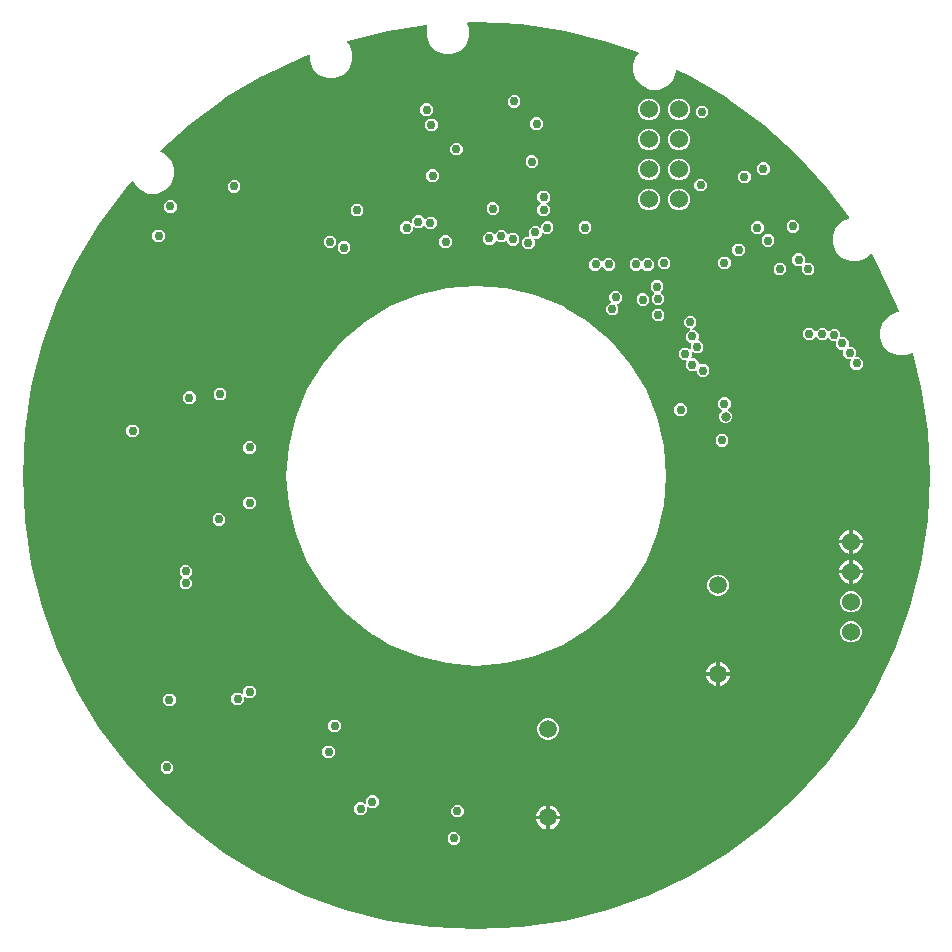
<source format=gbr>
G04 EAGLE Gerber X2 export*
%TF.Part,Single*%
%TF.FileFunction,Copper,L3,Inr,Mixed*%
%TF.FilePolarity,Positive*%
%TF.GenerationSoftware,Autodesk,EAGLE,8.6.0*%
%TF.CreationDate,2018-04-19T17:15:12Z*%
G75*
%MOMM*%
%FSLAX34Y34*%
%LPD*%
%AMOC8*
5,1,8,0,0,1.08239X$1,22.5*%
G01*
%ADD10C,1.508000*%
%ADD11C,1.524000*%
%ADD12C,0.756400*%
%ADD13C,0.806400*%

G36*
X37609Y-382231D02*
X37609Y-382231D01*
X37635Y-382225D01*
X37683Y-382223D01*
X74893Y-376704D01*
X74918Y-376696D01*
X74966Y-376689D01*
X111456Y-367549D01*
X111480Y-367539D01*
X111527Y-367527D01*
X146945Y-354855D01*
X146968Y-354842D01*
X147014Y-354826D01*
X181019Y-338743D01*
X181041Y-338728D01*
X181085Y-338707D01*
X213350Y-319369D01*
X213371Y-319351D01*
X213412Y-319327D01*
X243627Y-296919D01*
X243645Y-296900D01*
X243684Y-296871D01*
X271557Y-271609D01*
X271573Y-271589D01*
X271609Y-271557D01*
X296871Y-243684D01*
X296886Y-243662D01*
X296919Y-243627D01*
X319327Y-213412D01*
X319339Y-213389D01*
X319369Y-213350D01*
X338707Y-181085D01*
X338717Y-181061D01*
X338743Y-181019D01*
X354826Y-147014D01*
X354833Y-146989D01*
X354855Y-146945D01*
X367527Y-111527D01*
X367532Y-111501D01*
X367549Y-111456D01*
X376689Y-74966D01*
X376691Y-74940D01*
X376704Y-74893D01*
X382223Y-37683D01*
X382223Y-37657D01*
X382231Y-37609D01*
X384076Y-37D01*
X384073Y-11D01*
X384076Y37D01*
X382231Y37609D01*
X382225Y37635D01*
X382223Y37683D01*
X376704Y74893D01*
X376696Y74918D01*
X376689Y74966D01*
X369576Y103364D01*
X369560Y103402D01*
X369559Y103403D01*
X369559Y103404D01*
X369546Y103434D01*
X369525Y103507D01*
X369497Y103546D01*
X369478Y103590D01*
X369428Y103647D01*
X369384Y103709D01*
X369346Y103738D01*
X369314Y103773D01*
X369248Y103810D01*
X369187Y103856D01*
X369141Y103871D01*
X369100Y103894D01*
X369025Y103908D01*
X368953Y103932D01*
X368905Y103931D01*
X368858Y103940D01*
X368783Y103930D01*
X368707Y103930D01*
X368645Y103912D01*
X368614Y103907D01*
X368591Y103896D01*
X368546Y103883D01*
X363612Y101839D01*
X356388Y101839D01*
X349713Y104604D01*
X344604Y109713D01*
X341839Y116388D01*
X341839Y123612D01*
X344604Y130287D01*
X349713Y135396D01*
X356388Y138161D01*
X356917Y138161D01*
X356944Y138165D01*
X356971Y138163D01*
X357065Y138185D01*
X357160Y138200D01*
X357184Y138213D01*
X357210Y138219D01*
X357292Y138271D01*
X357377Y138316D01*
X357396Y138335D01*
X357419Y138350D01*
X357480Y138424D01*
X357546Y138494D01*
X357558Y138519D01*
X357575Y138540D01*
X357609Y138630D01*
X357650Y138717D01*
X357653Y138744D01*
X357663Y138769D01*
X357666Y138866D01*
X357677Y138961D01*
X357671Y138988D01*
X357672Y139015D01*
X357634Y139178D01*
X354855Y146945D01*
X354842Y146968D01*
X354826Y147014D01*
X338743Y181019D01*
X338728Y181041D01*
X338707Y181085D01*
X334735Y187713D01*
X334662Y187800D01*
X334591Y187888D01*
X334583Y187893D01*
X334576Y187901D01*
X334480Y187959D01*
X334385Y188021D01*
X334374Y188023D01*
X334365Y188029D01*
X334255Y188053D01*
X334146Y188081D01*
X334136Y188080D01*
X334125Y188082D01*
X334013Y188070D01*
X333901Y188061D01*
X333891Y188057D01*
X333881Y188056D01*
X333778Y188009D01*
X333674Y187965D01*
X333665Y187957D01*
X333657Y187954D01*
X333639Y187936D01*
X333544Y187860D01*
X330287Y184604D01*
X323612Y181839D01*
X316388Y181839D01*
X309713Y184604D01*
X304604Y189713D01*
X301839Y196388D01*
X301839Y203612D01*
X304604Y210287D01*
X309713Y215396D01*
X315041Y217603D01*
X315137Y217662D01*
X315234Y217719D01*
X315241Y217727D01*
X315250Y217733D01*
X315322Y217819D01*
X315396Y217904D01*
X315400Y217914D01*
X315407Y217922D01*
X315447Y218027D01*
X315491Y218131D01*
X315491Y218142D01*
X315495Y218152D01*
X315500Y218264D01*
X315508Y218377D01*
X315505Y218387D01*
X315506Y218397D01*
X315474Y218506D01*
X315446Y218615D01*
X315439Y218626D01*
X315437Y218634D01*
X315423Y218654D01*
X315361Y218760D01*
X296919Y243627D01*
X296900Y243645D01*
X296871Y243684D01*
X271609Y271557D01*
X271589Y271573D01*
X271557Y271609D01*
X243684Y296871D01*
X243662Y296886D01*
X243627Y296919D01*
X213412Y319327D01*
X213389Y319339D01*
X213350Y319369D01*
X181085Y338707D01*
X181061Y338717D01*
X181019Y338743D01*
X170247Y343837D01*
X170185Y343855D01*
X170127Y343882D01*
X170068Y343889D01*
X170011Y343905D01*
X169947Y343902D01*
X169883Y343910D01*
X169825Y343897D01*
X169765Y343894D01*
X169705Y343871D01*
X169642Y343857D01*
X169591Y343827D01*
X169536Y343805D01*
X169486Y343764D01*
X169431Y343731D01*
X169393Y343686D01*
X169347Y343648D01*
X169313Y343593D01*
X169271Y343544D01*
X169249Y343489D01*
X169218Y343439D01*
X169203Y343376D01*
X169179Y343316D01*
X169170Y343231D01*
X169162Y343199D01*
X169164Y343180D01*
X169161Y343149D01*
X169161Y341388D01*
X166396Y334713D01*
X161287Y329604D01*
X154612Y326839D01*
X147388Y326839D01*
X140713Y329604D01*
X135604Y334713D01*
X132839Y341388D01*
X132839Y348612D01*
X135604Y355287D01*
X137424Y357107D01*
X137462Y357159D01*
X137507Y357205D01*
X137533Y357259D01*
X137567Y357307D01*
X137586Y357368D01*
X137615Y357426D01*
X137622Y357485D01*
X137640Y357542D01*
X137638Y357606D01*
X137647Y357670D01*
X137635Y357729D01*
X137633Y357788D01*
X137611Y357849D01*
X137599Y357912D01*
X137569Y357963D01*
X137549Y358019D01*
X137509Y358069D01*
X137477Y358125D01*
X137432Y358165D01*
X137395Y358211D01*
X137341Y358246D01*
X137293Y358289D01*
X137216Y358326D01*
X137188Y358344D01*
X137170Y358348D01*
X137142Y358362D01*
X111527Y367527D01*
X111501Y367532D01*
X111456Y367549D01*
X74966Y376689D01*
X74940Y376691D01*
X74893Y376704D01*
X37683Y382223D01*
X37657Y382223D01*
X37609Y382231D01*
X37Y384076D01*
X11Y384073D01*
X-37Y384076D01*
X-6862Y383741D01*
X-6889Y383735D01*
X-6916Y383737D01*
X-7009Y383710D01*
X-7103Y383689D01*
X-7126Y383676D01*
X-7152Y383668D01*
X-7231Y383613D01*
X-7314Y383564D01*
X-7332Y383543D01*
X-7354Y383528D01*
X-7412Y383450D01*
X-7474Y383377D01*
X-7485Y383352D01*
X-7501Y383330D01*
X-7531Y383239D01*
X-7567Y383150D01*
X-7569Y383122D01*
X-7577Y383096D01*
X-7576Y383000D01*
X-7582Y382904D01*
X-7575Y382878D01*
X-7575Y382851D01*
X-7528Y382689D01*
X-5839Y378612D01*
X-5839Y371388D01*
X-8604Y364713D01*
X-13713Y359604D01*
X-20388Y356839D01*
X-27612Y356839D01*
X-34287Y359604D01*
X-39396Y364713D01*
X-42161Y371388D01*
X-42161Y378612D01*
X-41375Y380510D01*
X-41351Y380609D01*
X-41323Y380707D01*
X-41323Y380729D01*
X-41318Y380750D01*
X-41328Y380851D01*
X-41332Y380952D01*
X-41339Y380973D01*
X-41341Y380995D01*
X-41383Y381087D01*
X-41419Y381182D01*
X-41433Y381199D01*
X-41441Y381220D01*
X-41510Y381294D01*
X-41574Y381373D01*
X-41593Y381384D01*
X-41608Y381401D01*
X-41697Y381450D01*
X-41783Y381504D01*
X-41804Y381509D01*
X-41823Y381519D01*
X-41923Y381537D01*
X-42022Y381561D01*
X-42049Y381560D01*
X-42065Y381563D01*
X-42098Y381558D01*
X-42190Y381555D01*
X-74893Y376704D01*
X-74918Y376696D01*
X-74966Y376689D01*
X-108881Y368194D01*
X-108974Y368154D01*
X-109069Y368119D01*
X-109086Y368105D01*
X-109107Y368096D01*
X-109182Y368029D01*
X-109261Y367965D01*
X-109273Y367947D01*
X-109290Y367932D01*
X-109339Y367844D01*
X-109394Y367758D01*
X-109400Y367737D01*
X-109410Y367718D01*
X-109430Y367618D01*
X-109454Y367520D01*
X-109453Y367498D01*
X-109457Y367476D01*
X-109443Y367376D01*
X-109435Y367275D01*
X-109427Y367254D01*
X-109424Y367233D01*
X-109379Y367142D01*
X-109339Y367048D01*
X-109322Y367027D01*
X-109315Y367012D01*
X-109292Y366989D01*
X-109234Y366917D01*
X-107604Y365287D01*
X-104839Y358612D01*
X-104839Y351388D01*
X-107604Y344713D01*
X-112713Y339604D01*
X-119388Y336839D01*
X-126612Y336839D01*
X-133287Y339604D01*
X-138396Y344713D01*
X-141161Y351388D01*
X-141161Y355843D01*
X-141165Y355870D01*
X-141163Y355897D01*
X-141185Y355991D01*
X-141200Y356086D01*
X-141213Y356110D01*
X-141219Y356137D01*
X-141271Y356219D01*
X-141316Y356304D01*
X-141335Y356322D01*
X-141350Y356345D01*
X-141424Y356407D01*
X-141494Y356473D01*
X-141519Y356484D01*
X-141540Y356502D01*
X-141630Y356536D01*
X-141717Y356577D01*
X-141744Y356580D01*
X-141769Y356589D01*
X-141866Y356593D01*
X-141961Y356604D01*
X-141988Y356598D01*
X-142015Y356599D01*
X-142178Y356560D01*
X-146945Y354855D01*
X-146968Y354842D01*
X-147014Y354826D01*
X-181019Y338743D01*
X-181041Y338728D01*
X-181085Y338707D01*
X-213350Y319369D01*
X-213371Y319351D01*
X-213412Y319327D01*
X-243627Y296919D01*
X-243645Y296900D01*
X-243684Y296871D01*
X-267610Y275186D01*
X-267650Y275136D01*
X-267698Y275092D01*
X-267726Y275040D01*
X-267763Y274994D01*
X-267785Y274933D01*
X-267816Y274877D01*
X-267827Y274818D01*
X-267847Y274763D01*
X-267848Y274698D01*
X-267860Y274635D01*
X-267851Y274576D01*
X-267853Y274517D01*
X-267833Y274455D01*
X-267824Y274391D01*
X-267797Y274339D01*
X-267780Y274282D01*
X-267742Y274230D01*
X-267713Y274172D01*
X-267670Y274131D01*
X-267636Y274083D01*
X-267583Y274045D01*
X-267537Y274000D01*
X-267462Y273959D01*
X-267435Y273940D01*
X-267418Y273934D01*
X-267390Y273919D01*
X-263713Y272396D01*
X-258604Y267287D01*
X-255839Y260612D01*
X-255839Y253388D01*
X-258604Y246713D01*
X-263713Y241604D01*
X-270388Y238839D01*
X-277612Y238839D01*
X-284287Y241604D01*
X-289396Y246713D01*
X-290420Y249184D01*
X-290454Y249239D01*
X-290479Y249299D01*
X-290518Y249343D01*
X-290549Y249393D01*
X-290599Y249435D01*
X-290642Y249483D01*
X-290693Y249512D01*
X-290739Y249550D01*
X-290799Y249573D01*
X-290855Y249606D01*
X-290913Y249617D01*
X-290968Y249638D01*
X-291033Y249641D01*
X-291096Y249654D01*
X-291155Y249646D01*
X-291214Y249649D01*
X-291276Y249631D01*
X-291340Y249623D01*
X-291394Y249597D01*
X-291450Y249580D01*
X-291503Y249544D01*
X-291561Y249515D01*
X-291625Y249459D01*
X-291652Y249440D01*
X-291664Y249425D01*
X-291687Y249404D01*
X-296871Y243684D01*
X-296886Y243662D01*
X-296919Y243627D01*
X-319327Y213412D01*
X-319334Y213399D01*
X-319345Y213387D01*
X-319352Y213372D01*
X-319369Y213350D01*
X-338707Y181085D01*
X-338717Y181061D01*
X-338743Y181019D01*
X-354826Y147014D01*
X-354833Y146989D01*
X-354855Y146945D01*
X-367527Y111527D01*
X-367532Y111501D01*
X-367549Y111456D01*
X-376689Y74966D01*
X-376691Y74940D01*
X-376704Y74893D01*
X-382223Y37683D01*
X-382223Y37657D01*
X-382231Y37609D01*
X-384076Y37D01*
X-384073Y11D01*
X-384076Y-37D01*
X-382231Y-37609D01*
X-382225Y-37635D01*
X-382223Y-37683D01*
X-376704Y-74893D01*
X-376696Y-74918D01*
X-376689Y-74966D01*
X-367549Y-111456D01*
X-367539Y-111480D01*
X-367527Y-111527D01*
X-354855Y-146945D01*
X-354842Y-146968D01*
X-354826Y-147014D01*
X-338743Y-181019D01*
X-338728Y-181041D01*
X-338707Y-181085D01*
X-319369Y-213350D01*
X-319351Y-213370D01*
X-319327Y-213412D01*
X-296919Y-243627D01*
X-296900Y-243645D01*
X-296871Y-243684D01*
X-271609Y-271557D01*
X-271589Y-271573D01*
X-271557Y-271609D01*
X-243684Y-296871D01*
X-243662Y-296886D01*
X-243627Y-296919D01*
X-213412Y-319327D01*
X-213389Y-319339D01*
X-213350Y-319369D01*
X-181085Y-338707D01*
X-181061Y-338717D01*
X-181019Y-338743D01*
X-147014Y-354826D01*
X-146989Y-354833D01*
X-146945Y-354855D01*
X-111527Y-367527D01*
X-111501Y-367532D01*
X-111456Y-367549D01*
X-74966Y-376689D01*
X-74940Y-376691D01*
X-74893Y-376704D01*
X-37683Y-382223D01*
X-37657Y-382223D01*
X-37609Y-382231D01*
X-37Y-384076D01*
X-11Y-384073D01*
X37Y-384076D01*
X37609Y-382231D01*
G37*
%LPC*%
G36*
X-25173Y-158939D02*
X-25173Y-158939D01*
X-49727Y-153044D01*
X-73056Y-143381D01*
X-73888Y-142871D01*
X-75130Y-142110D01*
X-82584Y-137543D01*
X-83826Y-136781D01*
X-85068Y-136020D01*
X-86310Y-135259D01*
X-86311Y-135259D01*
X-87553Y-134498D01*
X-94587Y-130187D01*
X-113788Y-113788D01*
X-130187Y-94587D01*
X-143381Y-73057D01*
X-153044Y-49727D01*
X-158939Y-25174D01*
X-160920Y0D01*
X-158939Y25174D01*
X-153044Y49727D01*
X-143381Y73057D01*
X-130187Y94587D01*
X-113788Y113788D01*
X-94587Y130187D01*
X-73057Y143381D01*
X-49727Y153044D01*
X-25174Y158939D01*
X0Y160920D01*
X25174Y158939D01*
X49727Y153044D01*
X73057Y143381D01*
X76459Y141296D01*
X76460Y141296D01*
X77702Y140534D01*
X78944Y139773D01*
X85155Y135967D01*
X86397Y135206D01*
X87640Y134444D01*
X92609Y131399D01*
X93851Y130638D01*
X94587Y130187D01*
X113788Y113788D01*
X130187Y94587D01*
X143381Y73057D01*
X153044Y49727D01*
X158939Y25174D01*
X160920Y0D01*
X158939Y-25174D01*
X153044Y-49727D01*
X143381Y-73057D01*
X130187Y-94587D01*
X113788Y-113788D01*
X94587Y-130187D01*
X73057Y-143381D01*
X49727Y-153044D01*
X25173Y-158939D01*
X0Y-160920D01*
X-25173Y-158939D01*
G37*
%LPD*%
%LPC*%
G36*
X189802Y83693D02*
X189802Y83693D01*
X186693Y86802D01*
X186693Y88351D01*
X186682Y88421D01*
X186680Y88493D01*
X186662Y88542D01*
X186654Y88593D01*
X186620Y88657D01*
X186595Y88724D01*
X186563Y88765D01*
X186538Y88811D01*
X186487Y88860D01*
X186442Y88916D01*
X186398Y88944D01*
X186360Y88980D01*
X186295Y89010D01*
X186235Y89049D01*
X186184Y89062D01*
X186137Y89084D01*
X186066Y89092D01*
X185996Y89109D01*
X185944Y89105D01*
X185893Y89111D01*
X185822Y89096D01*
X185751Y89090D01*
X185703Y89070D01*
X185652Y89059D01*
X185591Y89022D01*
X185525Y88994D01*
X185469Y88949D01*
X185441Y88932D01*
X185426Y88915D01*
X185394Y88889D01*
X185198Y88693D01*
X180802Y88693D01*
X177693Y91802D01*
X177693Y96198D01*
X177889Y96394D01*
X177931Y96452D01*
X177980Y96504D01*
X178002Y96551D01*
X178032Y96593D01*
X178054Y96662D01*
X178084Y96727D01*
X178089Y96779D01*
X178105Y96829D01*
X178103Y96900D01*
X178111Y96971D01*
X178100Y97022D01*
X178098Y97074D01*
X178074Y97142D01*
X178059Y97212D01*
X178032Y97257D01*
X178014Y97305D01*
X177969Y97361D01*
X177932Y97423D01*
X177893Y97457D01*
X177860Y97497D01*
X177800Y97536D01*
X177745Y97583D01*
X177697Y97602D01*
X177653Y97630D01*
X177584Y97648D01*
X177517Y97675D01*
X177446Y97683D01*
X177415Y97691D01*
X177392Y97689D01*
X177351Y97693D01*
X174802Y97693D01*
X171693Y100802D01*
X171693Y105198D01*
X174802Y108307D01*
X179198Y108307D01*
X180394Y107111D01*
X180452Y107069D01*
X180504Y107020D01*
X180551Y106998D01*
X180593Y106968D01*
X180662Y106946D01*
X180727Y106916D01*
X180779Y106911D01*
X180829Y106895D01*
X180900Y106897D01*
X180971Y106889D01*
X181022Y106900D01*
X181074Y106902D01*
X181142Y106926D01*
X181212Y106941D01*
X181257Y106968D01*
X181305Y106986D01*
X181361Y107031D01*
X181423Y107068D01*
X181457Y107107D01*
X181497Y107140D01*
X181536Y107200D01*
X181583Y107255D01*
X181602Y107303D01*
X181630Y107347D01*
X181648Y107416D01*
X181675Y107483D01*
X181683Y107554D01*
X181691Y107585D01*
X181689Y107608D01*
X181693Y107649D01*
X181693Y111198D01*
X181889Y111394D01*
X181931Y111452D01*
X181980Y111504D01*
X182002Y111551D01*
X182032Y111593D01*
X182054Y111662D01*
X182084Y111727D01*
X182089Y111779D01*
X182105Y111829D01*
X182103Y111900D01*
X182111Y111971D01*
X182100Y112022D01*
X182098Y112074D01*
X182074Y112142D01*
X182059Y112212D01*
X182032Y112257D01*
X182014Y112305D01*
X181969Y112361D01*
X181932Y112423D01*
X181893Y112457D01*
X181860Y112497D01*
X181800Y112536D01*
X181745Y112583D01*
X181697Y112602D01*
X181653Y112630D01*
X181584Y112648D01*
X181517Y112675D01*
X181446Y112683D01*
X181415Y112691D01*
X181392Y112689D01*
X181351Y112693D01*
X180802Y112693D01*
X177693Y115802D01*
X177693Y120198D01*
X180889Y123394D01*
X180931Y123452D01*
X180980Y123504D01*
X181002Y123551D01*
X181032Y123593D01*
X181054Y123662D01*
X181084Y123727D01*
X181089Y123779D01*
X181105Y123829D01*
X181103Y123900D01*
X181111Y123971D01*
X181100Y124022D01*
X181098Y124074D01*
X181074Y124142D01*
X181059Y124212D01*
X181032Y124257D01*
X181014Y124305D01*
X180969Y124361D01*
X180932Y124423D01*
X180893Y124457D01*
X180860Y124497D01*
X180800Y124536D01*
X180745Y124583D01*
X180697Y124602D01*
X180653Y124630D01*
X180584Y124648D01*
X180517Y124675D01*
X180446Y124683D01*
X180415Y124691D01*
X180392Y124689D01*
X180351Y124693D01*
X178802Y124693D01*
X175693Y127802D01*
X175693Y132198D01*
X178802Y135307D01*
X183198Y135307D01*
X186307Y132198D01*
X186307Y127802D01*
X183111Y124606D01*
X183069Y124548D01*
X183020Y124496D01*
X182998Y124449D01*
X182968Y124407D01*
X182946Y124338D01*
X182916Y124273D01*
X182911Y124221D01*
X182895Y124171D01*
X182897Y124100D01*
X182889Y124029D01*
X182900Y123978D01*
X182902Y123926D01*
X182926Y123858D01*
X182941Y123788D01*
X182968Y123743D01*
X182986Y123695D01*
X183031Y123639D01*
X183068Y123577D01*
X183107Y123543D01*
X183140Y123503D01*
X183200Y123464D01*
X183255Y123417D01*
X183303Y123398D01*
X183347Y123370D01*
X183416Y123352D01*
X183483Y123325D01*
X183554Y123317D01*
X183585Y123309D01*
X183608Y123311D01*
X183649Y123307D01*
X185198Y123307D01*
X188307Y120198D01*
X188307Y115802D01*
X188111Y115606D01*
X188069Y115548D01*
X188020Y115496D01*
X187998Y115449D01*
X187968Y115407D01*
X187946Y115338D01*
X187916Y115273D01*
X187911Y115221D01*
X187895Y115171D01*
X187897Y115100D01*
X187889Y115029D01*
X187900Y114978D01*
X187902Y114926D01*
X187926Y114858D01*
X187941Y114788D01*
X187968Y114743D01*
X187986Y114695D01*
X188031Y114639D01*
X188068Y114577D01*
X188107Y114543D01*
X188140Y114503D01*
X188200Y114464D01*
X188255Y114417D01*
X188303Y114398D01*
X188347Y114370D01*
X188416Y114352D01*
X188483Y114325D01*
X188554Y114317D01*
X188585Y114309D01*
X188608Y114311D01*
X188649Y114307D01*
X189198Y114307D01*
X192307Y111198D01*
X192307Y106802D01*
X189198Y103693D01*
X184802Y103693D01*
X183606Y104889D01*
X183548Y104931D01*
X183496Y104980D01*
X183449Y105002D01*
X183407Y105032D01*
X183338Y105054D01*
X183273Y105084D01*
X183221Y105089D01*
X183171Y105105D01*
X183100Y105103D01*
X183029Y105111D01*
X182978Y105100D01*
X182926Y105098D01*
X182858Y105074D01*
X182788Y105059D01*
X182743Y105032D01*
X182695Y105014D01*
X182639Y104969D01*
X182577Y104932D01*
X182543Y104893D01*
X182503Y104860D01*
X182464Y104800D01*
X182417Y104745D01*
X182398Y104697D01*
X182370Y104653D01*
X182352Y104584D01*
X182325Y104517D01*
X182317Y104446D01*
X182309Y104415D01*
X182311Y104392D01*
X182307Y104351D01*
X182307Y100802D01*
X182111Y100606D01*
X182069Y100548D01*
X182020Y100496D01*
X181998Y100449D01*
X181968Y100407D01*
X181946Y100338D01*
X181916Y100273D01*
X181911Y100221D01*
X181895Y100171D01*
X181897Y100100D01*
X181889Y100029D01*
X181900Y99978D01*
X181902Y99926D01*
X181926Y99858D01*
X181941Y99788D01*
X181968Y99743D01*
X181986Y99695D01*
X182031Y99639D01*
X182068Y99577D01*
X182107Y99543D01*
X182140Y99503D01*
X182200Y99464D01*
X182255Y99417D01*
X182303Y99398D01*
X182347Y99370D01*
X182416Y99352D01*
X182483Y99325D01*
X182554Y99317D01*
X182585Y99309D01*
X182608Y99311D01*
X182649Y99307D01*
X185198Y99307D01*
X188307Y96198D01*
X188307Y94649D01*
X188318Y94579D01*
X188320Y94507D01*
X188338Y94458D01*
X188346Y94407D01*
X188380Y94343D01*
X188405Y94276D01*
X188437Y94235D01*
X188462Y94189D01*
X188513Y94140D01*
X188558Y94084D01*
X188602Y94056D01*
X188640Y94020D01*
X188705Y93990D01*
X188765Y93951D01*
X188816Y93938D01*
X188863Y93916D01*
X188934Y93908D01*
X189004Y93891D01*
X189056Y93895D01*
X189107Y93889D01*
X189178Y93904D01*
X189249Y93910D01*
X189297Y93930D01*
X189348Y93941D01*
X189409Y93978D01*
X189475Y94006D01*
X189531Y94051D01*
X189559Y94068D01*
X189574Y94085D01*
X189606Y94111D01*
X189802Y94307D01*
X194198Y94307D01*
X197307Y91198D01*
X197307Y86802D01*
X194198Y83693D01*
X189802Y83693D01*
G37*
%LPD*%
%LPC*%
G36*
X319802Y89693D02*
X319802Y89693D01*
X316693Y92802D01*
X316693Y97198D01*
X316889Y97394D01*
X316931Y97452D01*
X316980Y97504D01*
X317002Y97551D01*
X317032Y97593D01*
X317054Y97662D01*
X317084Y97727D01*
X317089Y97779D01*
X317105Y97829D01*
X317103Y97900D01*
X317111Y97971D01*
X317100Y98022D01*
X317098Y98074D01*
X317074Y98142D01*
X317059Y98212D01*
X317032Y98257D01*
X317014Y98305D01*
X316969Y98361D01*
X316932Y98423D01*
X316893Y98457D01*
X316860Y98497D01*
X316800Y98536D01*
X316745Y98583D01*
X316697Y98602D01*
X316653Y98630D01*
X316584Y98648D01*
X316517Y98675D01*
X316446Y98683D01*
X316415Y98691D01*
X316392Y98689D01*
X316351Y98693D01*
X313802Y98693D01*
X310693Y101802D01*
X310693Y105932D01*
X310690Y105952D01*
X310692Y105971D01*
X310670Y106073D01*
X310654Y106175D01*
X310644Y106192D01*
X310640Y106212D01*
X310587Y106301D01*
X310538Y106392D01*
X310524Y106406D01*
X310514Y106423D01*
X310435Y106490D01*
X310360Y106562D01*
X310342Y106570D01*
X310327Y106583D01*
X310231Y106622D01*
X310137Y106665D01*
X310117Y106667D01*
X310099Y106675D01*
X309932Y106693D01*
X307802Y106693D01*
X304693Y109802D01*
X304693Y112932D01*
X304690Y112952D01*
X304692Y112971D01*
X304670Y113073D01*
X304654Y113175D01*
X304644Y113192D01*
X304640Y113212D01*
X304587Y113301D01*
X304538Y113392D01*
X304524Y113406D01*
X304514Y113423D01*
X304435Y113490D01*
X304360Y113562D01*
X304342Y113570D01*
X304327Y113583D01*
X304231Y113622D01*
X304137Y113665D01*
X304117Y113667D01*
X304099Y113675D01*
X303932Y113693D01*
X300802Y113693D01*
X298038Y116457D01*
X298022Y116468D01*
X298010Y116484D01*
X297922Y116540D01*
X297839Y116600D01*
X297820Y116606D01*
X297803Y116617D01*
X297702Y116642D01*
X297603Y116673D01*
X297584Y116672D01*
X297564Y116677D01*
X297461Y116669D01*
X297358Y116666D01*
X297339Y116660D01*
X297319Y116658D01*
X297224Y116618D01*
X297127Y116582D01*
X297111Y116569D01*
X297093Y116562D01*
X296962Y116457D01*
X295198Y114693D01*
X290802Y114693D01*
X288038Y117457D01*
X288022Y117468D01*
X288010Y117484D01*
X287922Y117540D01*
X287839Y117600D01*
X287820Y117606D01*
X287803Y117617D01*
X287702Y117642D01*
X287603Y117673D01*
X287584Y117672D01*
X287564Y117677D01*
X287461Y117669D01*
X287358Y117666D01*
X287339Y117660D01*
X287319Y117658D01*
X287224Y117618D01*
X287127Y117582D01*
X287111Y117569D01*
X287093Y117562D01*
X286962Y117457D01*
X284198Y114693D01*
X279802Y114693D01*
X276693Y117802D01*
X276693Y122198D01*
X279802Y125307D01*
X284198Y125307D01*
X286962Y122543D01*
X286978Y122532D01*
X286990Y122516D01*
X287078Y122460D01*
X287161Y122400D01*
X287180Y122394D01*
X287197Y122383D01*
X287298Y122358D01*
X287397Y122327D01*
X287416Y122328D01*
X287436Y122323D01*
X287539Y122331D01*
X287642Y122334D01*
X287661Y122340D01*
X287681Y122342D01*
X287776Y122382D01*
X287873Y122418D01*
X287889Y122431D01*
X287907Y122438D01*
X288038Y122543D01*
X290802Y125307D01*
X295198Y125307D01*
X297962Y122543D01*
X297978Y122532D01*
X297990Y122516D01*
X298078Y122460D01*
X298161Y122400D01*
X298180Y122394D01*
X298197Y122383D01*
X298298Y122358D01*
X298397Y122327D01*
X298416Y122328D01*
X298436Y122323D01*
X298539Y122331D01*
X298642Y122334D01*
X298661Y122340D01*
X298681Y122342D01*
X298776Y122382D01*
X298873Y122418D01*
X298889Y122431D01*
X298907Y122438D01*
X299038Y122543D01*
X300802Y124307D01*
X305198Y124307D01*
X308307Y121198D01*
X308307Y118068D01*
X308310Y118048D01*
X308308Y118029D01*
X308330Y117927D01*
X308346Y117825D01*
X308356Y117808D01*
X308360Y117788D01*
X308413Y117699D01*
X308462Y117608D01*
X308476Y117594D01*
X308486Y117577D01*
X308565Y117510D01*
X308640Y117438D01*
X308658Y117430D01*
X308673Y117417D01*
X308769Y117378D01*
X308863Y117335D01*
X308883Y117333D01*
X308901Y117325D01*
X309068Y117307D01*
X312198Y117307D01*
X315307Y114198D01*
X315307Y110068D01*
X315310Y110048D01*
X315308Y110029D01*
X315330Y109927D01*
X315346Y109825D01*
X315356Y109808D01*
X315360Y109788D01*
X315413Y109699D01*
X315462Y109608D01*
X315476Y109594D01*
X315486Y109577D01*
X315565Y109510D01*
X315640Y109438D01*
X315658Y109430D01*
X315673Y109417D01*
X315769Y109378D01*
X315863Y109335D01*
X315883Y109333D01*
X315901Y109325D01*
X316068Y109307D01*
X318198Y109307D01*
X321307Y106198D01*
X321307Y101802D01*
X321111Y101606D01*
X321069Y101548D01*
X321020Y101496D01*
X320998Y101449D01*
X320968Y101407D01*
X320946Y101338D01*
X320916Y101273D01*
X320911Y101221D01*
X320895Y101171D01*
X320897Y101100D01*
X320889Y101029D01*
X320900Y100978D01*
X320902Y100926D01*
X320926Y100858D01*
X320941Y100788D01*
X320968Y100743D01*
X320986Y100695D01*
X321031Y100639D01*
X321068Y100577D01*
X321107Y100543D01*
X321140Y100503D01*
X321200Y100464D01*
X321255Y100417D01*
X321303Y100398D01*
X321347Y100370D01*
X321416Y100352D01*
X321483Y100325D01*
X321554Y100317D01*
X321585Y100309D01*
X321608Y100311D01*
X321649Y100307D01*
X324198Y100307D01*
X327307Y97198D01*
X327307Y92802D01*
X324198Y89693D01*
X319802Y89693D01*
G37*
%LPD*%
%LPC*%
G36*
X41802Y191693D02*
X41802Y191693D01*
X38693Y194802D01*
X38693Y199198D01*
X41802Y202307D01*
X44351Y202307D01*
X44421Y202318D01*
X44493Y202320D01*
X44542Y202338D01*
X44593Y202346D01*
X44657Y202380D01*
X44724Y202405D01*
X44765Y202437D01*
X44811Y202462D01*
X44860Y202513D01*
X44916Y202558D01*
X44944Y202602D01*
X44980Y202640D01*
X45010Y202705D01*
X45049Y202765D01*
X45062Y202816D01*
X45084Y202863D01*
X45092Y202934D01*
X45109Y203004D01*
X45105Y203056D01*
X45111Y203107D01*
X45096Y203178D01*
X45090Y203249D01*
X45070Y203297D01*
X45059Y203348D01*
X45022Y203409D01*
X44994Y203475D01*
X44949Y203531D01*
X44932Y203559D01*
X44915Y203574D01*
X44889Y203606D01*
X44693Y203802D01*
X44693Y208198D01*
X47802Y211307D01*
X52198Y211307D01*
X53394Y210111D01*
X53452Y210069D01*
X53504Y210020D01*
X53551Y209998D01*
X53593Y209968D01*
X53662Y209946D01*
X53727Y209916D01*
X53779Y209911D01*
X53829Y209895D01*
X53900Y209897D01*
X53971Y209889D01*
X54022Y209900D01*
X54074Y209902D01*
X54142Y209926D01*
X54212Y209941D01*
X54257Y209968D01*
X54305Y209986D01*
X54361Y210031D01*
X54423Y210068D01*
X54457Y210107D01*
X54497Y210140D01*
X54536Y210200D01*
X54583Y210255D01*
X54602Y210303D01*
X54630Y210347D01*
X54648Y210416D01*
X54675Y210483D01*
X54683Y210554D01*
X54691Y210585D01*
X54689Y210608D01*
X54693Y210649D01*
X54693Y212198D01*
X57802Y215307D01*
X62198Y215307D01*
X65307Y212198D01*
X65307Y207802D01*
X62198Y204693D01*
X57802Y204693D01*
X56606Y205889D01*
X56548Y205931D01*
X56496Y205980D01*
X56449Y206002D01*
X56407Y206032D01*
X56338Y206054D01*
X56273Y206084D01*
X56221Y206089D01*
X56171Y206105D01*
X56100Y206103D01*
X56029Y206111D01*
X55978Y206100D01*
X55926Y206098D01*
X55858Y206074D01*
X55788Y206059D01*
X55743Y206032D01*
X55695Y206014D01*
X55639Y205969D01*
X55577Y205932D01*
X55543Y205893D01*
X55503Y205860D01*
X55464Y205800D01*
X55417Y205745D01*
X55398Y205697D01*
X55370Y205653D01*
X55352Y205584D01*
X55325Y205517D01*
X55317Y205446D01*
X55309Y205415D01*
X55311Y205392D01*
X55307Y205351D01*
X55307Y203802D01*
X52198Y200693D01*
X49649Y200693D01*
X49579Y200682D01*
X49507Y200680D01*
X49458Y200662D01*
X49407Y200654D01*
X49343Y200620D01*
X49276Y200595D01*
X49235Y200563D01*
X49189Y200538D01*
X49140Y200487D01*
X49084Y200442D01*
X49056Y200398D01*
X49020Y200360D01*
X48990Y200295D01*
X48951Y200235D01*
X48938Y200184D01*
X48916Y200137D01*
X48908Y200066D01*
X48891Y199996D01*
X48895Y199944D01*
X48889Y199893D01*
X48904Y199822D01*
X48910Y199751D01*
X48930Y199703D01*
X48941Y199652D01*
X48978Y199591D01*
X49006Y199525D01*
X49051Y199469D01*
X49068Y199441D01*
X49085Y199426D01*
X49111Y199394D01*
X49307Y199198D01*
X49307Y194802D01*
X46198Y191693D01*
X41802Y191693D01*
G37*
%LPD*%
%LPC*%
G36*
X28802Y194693D02*
X28802Y194693D01*
X25693Y197802D01*
X25693Y198351D01*
X25682Y198421D01*
X25680Y198493D01*
X25662Y198542D01*
X25654Y198593D01*
X25620Y198657D01*
X25595Y198724D01*
X25563Y198765D01*
X25538Y198811D01*
X25486Y198860D01*
X25442Y198916D01*
X25398Y198944D01*
X25360Y198980D01*
X25295Y199010D01*
X25235Y199049D01*
X25184Y199062D01*
X25137Y199084D01*
X25066Y199092D01*
X24996Y199109D01*
X24944Y199105D01*
X24893Y199111D01*
X24822Y199096D01*
X24751Y199090D01*
X24703Y199070D01*
X24652Y199059D01*
X24591Y199022D01*
X24525Y198994D01*
X24469Y198949D01*
X24441Y198932D01*
X24426Y198915D01*
X24394Y198889D01*
X23198Y197693D01*
X18802Y197693D01*
X17538Y198957D01*
X17522Y198968D01*
X17510Y198984D01*
X17422Y199040D01*
X17339Y199100D01*
X17320Y199106D01*
X17303Y199117D01*
X17202Y199142D01*
X17103Y199173D01*
X17084Y199172D01*
X17064Y199177D01*
X16961Y199169D01*
X16858Y199166D01*
X16839Y199160D01*
X16819Y199158D01*
X16724Y199118D01*
X16627Y199082D01*
X16611Y199069D01*
X16593Y199062D01*
X16462Y198957D01*
X13198Y195693D01*
X8802Y195693D01*
X5693Y198802D01*
X5693Y203198D01*
X8802Y206307D01*
X13198Y206307D01*
X14462Y205043D01*
X14478Y205032D01*
X14490Y205016D01*
X14578Y204960D01*
X14661Y204900D01*
X14680Y204894D01*
X14697Y204883D01*
X14798Y204858D01*
X14897Y204827D01*
X14916Y204828D01*
X14936Y204823D01*
X15039Y204831D01*
X15142Y204834D01*
X15161Y204840D01*
X15181Y204842D01*
X15276Y204882D01*
X15373Y204918D01*
X15389Y204931D01*
X15407Y204938D01*
X15538Y205043D01*
X18802Y208307D01*
X23198Y208307D01*
X26307Y205198D01*
X26307Y204649D01*
X26318Y204579D01*
X26320Y204507D01*
X26338Y204458D01*
X26346Y204407D01*
X26380Y204343D01*
X26405Y204276D01*
X26437Y204235D01*
X26462Y204189D01*
X26514Y204140D01*
X26558Y204084D01*
X26602Y204056D01*
X26640Y204020D01*
X26705Y203990D01*
X26765Y203951D01*
X26816Y203938D01*
X26863Y203916D01*
X26934Y203908D01*
X27004Y203891D01*
X27056Y203895D01*
X27107Y203889D01*
X27178Y203904D01*
X27249Y203910D01*
X27297Y203930D01*
X27348Y203941D01*
X27409Y203978D01*
X27475Y204006D01*
X27531Y204051D01*
X27559Y204068D01*
X27574Y204085D01*
X27606Y204111D01*
X28802Y205307D01*
X33198Y205307D01*
X36307Y202198D01*
X36307Y197802D01*
X33198Y194693D01*
X28802Y194693D01*
G37*
%LPD*%
%LPC*%
G36*
X-61198Y204693D02*
X-61198Y204693D01*
X-64307Y207802D01*
X-64307Y212198D01*
X-61198Y215307D01*
X-56802Y215307D01*
X-55606Y214111D01*
X-55548Y214069D01*
X-55496Y214020D01*
X-55449Y213998D01*
X-55407Y213968D01*
X-55338Y213946D01*
X-55273Y213916D01*
X-55221Y213911D01*
X-55171Y213895D01*
X-55100Y213897D01*
X-55029Y213889D01*
X-54978Y213900D01*
X-54926Y213902D01*
X-54858Y213926D01*
X-54788Y213941D01*
X-54743Y213968D01*
X-54695Y213986D01*
X-54639Y214031D01*
X-54577Y214068D01*
X-54543Y214107D01*
X-54503Y214140D01*
X-54464Y214200D01*
X-54417Y214255D01*
X-54398Y214303D01*
X-54370Y214347D01*
X-54352Y214416D01*
X-54325Y214483D01*
X-54317Y214554D01*
X-54309Y214585D01*
X-54311Y214608D01*
X-54307Y214649D01*
X-54307Y217198D01*
X-51198Y220307D01*
X-46802Y220307D01*
X-44038Y217543D01*
X-44022Y217532D01*
X-44010Y217516D01*
X-43922Y217460D01*
X-43839Y217400D01*
X-43820Y217394D01*
X-43803Y217383D01*
X-43702Y217358D01*
X-43603Y217327D01*
X-43584Y217328D01*
X-43564Y217323D01*
X-43461Y217331D01*
X-43358Y217334D01*
X-43339Y217340D01*
X-43319Y217342D01*
X-43224Y217382D01*
X-43127Y217418D01*
X-43111Y217431D01*
X-43093Y217438D01*
X-42962Y217543D01*
X-41198Y219307D01*
X-36802Y219307D01*
X-33693Y216198D01*
X-33693Y211802D01*
X-36802Y208693D01*
X-41198Y208693D01*
X-43962Y211457D01*
X-43978Y211468D01*
X-43990Y211484D01*
X-44078Y211540D01*
X-44161Y211600D01*
X-44180Y211606D01*
X-44197Y211617D01*
X-44298Y211642D01*
X-44397Y211673D01*
X-44416Y211672D01*
X-44436Y211677D01*
X-44539Y211669D01*
X-44642Y211666D01*
X-44661Y211660D01*
X-44681Y211658D01*
X-44776Y211618D01*
X-44873Y211582D01*
X-44889Y211569D01*
X-44907Y211562D01*
X-45038Y211457D01*
X-46802Y209693D01*
X-51198Y209693D01*
X-52394Y210889D01*
X-52452Y210931D01*
X-52504Y210980D01*
X-52551Y211002D01*
X-52593Y211032D01*
X-52662Y211054D01*
X-52727Y211084D01*
X-52779Y211089D01*
X-52829Y211105D01*
X-52900Y211103D01*
X-52971Y211111D01*
X-53022Y211100D01*
X-53074Y211098D01*
X-53142Y211074D01*
X-53212Y211059D01*
X-53257Y211032D01*
X-53305Y211014D01*
X-53361Y210969D01*
X-53423Y210932D01*
X-53457Y210893D01*
X-53497Y210860D01*
X-53536Y210800D01*
X-53583Y210745D01*
X-53602Y210697D01*
X-53630Y210653D01*
X-53648Y210584D01*
X-53675Y210517D01*
X-53683Y210446D01*
X-53691Y210415D01*
X-53689Y210392D01*
X-53693Y210351D01*
X-53693Y207802D01*
X-56802Y204693D01*
X-61198Y204693D01*
G37*
%LPD*%
%LPC*%
G36*
X315451Y-115825D02*
X315451Y-115825D01*
X312090Y-114433D01*
X309517Y-111860D01*
X308125Y-108499D01*
X308125Y-104861D01*
X309517Y-101500D01*
X312090Y-98927D01*
X315451Y-97535D01*
X319089Y-97535D01*
X322450Y-98927D01*
X325023Y-101500D01*
X326415Y-104861D01*
X326415Y-108499D01*
X325023Y-111860D01*
X322450Y-114433D01*
X319089Y-115825D01*
X315451Y-115825D01*
G37*
%LPD*%
%LPC*%
G36*
X169881Y275555D02*
X169881Y275555D01*
X166520Y276947D01*
X163947Y279520D01*
X162555Y282881D01*
X162555Y286519D01*
X163947Y289880D01*
X166520Y292453D01*
X169881Y293845D01*
X173519Y293845D01*
X176880Y292453D01*
X179453Y289880D01*
X180845Y286519D01*
X180845Y282881D01*
X179453Y279520D01*
X176880Y276947D01*
X173519Y275555D01*
X169881Y275555D01*
G37*
%LPD*%
%LPC*%
G36*
X144481Y275555D02*
X144481Y275555D01*
X141120Y276947D01*
X138547Y279520D01*
X137155Y282881D01*
X137155Y286519D01*
X138547Y289880D01*
X141120Y292453D01*
X144481Y293845D01*
X148119Y293845D01*
X151480Y292453D01*
X154053Y289880D01*
X155445Y286519D01*
X155445Y282881D01*
X154053Y279520D01*
X151480Y276947D01*
X148119Y275555D01*
X144481Y275555D01*
G37*
%LPD*%
%LPC*%
G36*
X169881Y224755D02*
X169881Y224755D01*
X166520Y226147D01*
X163947Y228720D01*
X162555Y232081D01*
X162555Y235719D01*
X163947Y239080D01*
X166520Y241653D01*
X169881Y243045D01*
X173519Y243045D01*
X176880Y241653D01*
X179453Y239080D01*
X180845Y235719D01*
X180845Y232081D01*
X179453Y228720D01*
X176880Y226147D01*
X173519Y224755D01*
X169881Y224755D01*
G37*
%LPD*%
%LPC*%
G36*
X315451Y-141225D02*
X315451Y-141225D01*
X312090Y-139833D01*
X309517Y-137260D01*
X308125Y-133899D01*
X308125Y-130261D01*
X309517Y-126900D01*
X312090Y-124327D01*
X315451Y-122935D01*
X319089Y-122935D01*
X322450Y-124327D01*
X325023Y-126900D01*
X326415Y-130261D01*
X326415Y-133899D01*
X325023Y-137260D01*
X322450Y-139833D01*
X319089Y-141225D01*
X315451Y-141225D01*
G37*
%LPD*%
%LPC*%
G36*
X169881Y250155D02*
X169881Y250155D01*
X166520Y251547D01*
X163947Y254120D01*
X162555Y257481D01*
X162555Y261119D01*
X163947Y264480D01*
X166520Y267053D01*
X169881Y268445D01*
X173519Y268445D01*
X176880Y267053D01*
X179453Y264480D01*
X180845Y261119D01*
X180845Y257481D01*
X179453Y254120D01*
X176880Y251547D01*
X173519Y250155D01*
X169881Y250155D01*
G37*
%LPD*%
%LPC*%
G36*
X144481Y224755D02*
X144481Y224755D01*
X141120Y226147D01*
X138547Y228720D01*
X137155Y232081D01*
X137155Y235719D01*
X138547Y239080D01*
X141120Y241653D01*
X144481Y243045D01*
X148119Y243045D01*
X151480Y241653D01*
X154053Y239080D01*
X155445Y235719D01*
X155445Y232081D01*
X154053Y228720D01*
X151480Y226147D01*
X148119Y224755D01*
X144481Y224755D01*
G37*
%LPD*%
%LPC*%
G36*
X144481Y250155D02*
X144481Y250155D01*
X141120Y251547D01*
X138547Y254120D01*
X137155Y257481D01*
X137155Y261119D01*
X138547Y264480D01*
X141120Y267053D01*
X144481Y268445D01*
X148119Y268445D01*
X151480Y267053D01*
X154053Y264480D01*
X155445Y261119D01*
X155445Y257481D01*
X154053Y254120D01*
X151480Y251547D01*
X148119Y250155D01*
X144481Y250155D01*
G37*
%LPD*%
%LPC*%
G36*
X144481Y300955D02*
X144481Y300955D01*
X141120Y302347D01*
X138547Y304920D01*
X137155Y308281D01*
X137155Y311919D01*
X138547Y315280D01*
X141120Y317853D01*
X144481Y319245D01*
X148119Y319245D01*
X151480Y317853D01*
X154053Y315280D01*
X155445Y311919D01*
X155445Y308281D01*
X154053Y304920D01*
X151480Y302347D01*
X148119Y300955D01*
X144481Y300955D01*
G37*
%LPD*%
%LPC*%
G36*
X169881Y300955D02*
X169881Y300955D01*
X166520Y302347D01*
X163947Y304920D01*
X162555Y308281D01*
X162555Y311919D01*
X163947Y315280D01*
X166520Y317853D01*
X169881Y319245D01*
X173519Y319245D01*
X176880Y317853D01*
X179453Y315280D01*
X180845Y311919D01*
X180845Y308281D01*
X179453Y304920D01*
X176880Y302347D01*
X173519Y300955D01*
X169881Y300955D01*
G37*
%LPD*%
%LPC*%
G36*
X58897Y-223465D02*
X58897Y-223465D01*
X55565Y-222085D01*
X53015Y-219535D01*
X51635Y-216203D01*
X51635Y-212597D01*
X53015Y-209265D01*
X55565Y-206715D01*
X58897Y-205335D01*
X62503Y-205335D01*
X65835Y-206715D01*
X68385Y-209265D01*
X69765Y-212597D01*
X69765Y-216203D01*
X68385Y-219535D01*
X65835Y-222085D01*
X62503Y-223465D01*
X58897Y-223465D01*
G37*
%LPD*%
%LPC*%
G36*
X202897Y-101965D02*
X202897Y-101965D01*
X199565Y-100585D01*
X197015Y-98035D01*
X195635Y-94703D01*
X195635Y-91097D01*
X197015Y-87765D01*
X199565Y-85215D01*
X202897Y-83835D01*
X206503Y-83835D01*
X209835Y-85215D01*
X212385Y-87765D01*
X213765Y-91097D01*
X213765Y-94703D01*
X212385Y-98035D01*
X209835Y-100585D01*
X206503Y-101965D01*
X202897Y-101965D01*
G37*
%LPD*%
%LPC*%
G36*
X209895Y44443D02*
X209895Y44443D01*
X207852Y45289D01*
X206289Y46852D01*
X205443Y48895D01*
X205443Y51105D01*
X206289Y53148D01*
X207780Y54639D01*
X207792Y54655D01*
X207807Y54667D01*
X207837Y54713D01*
X207859Y54736D01*
X207874Y54769D01*
X207924Y54838D01*
X207929Y54857D01*
X207940Y54874D01*
X207961Y54957D01*
X207962Y54959D01*
X207963Y54962D01*
X207966Y54975D01*
X207996Y55073D01*
X207995Y55093D01*
X208000Y55113D01*
X207992Y55216D01*
X207990Y55319D01*
X207983Y55338D01*
X207981Y55358D01*
X207941Y55453D01*
X207905Y55550D01*
X207893Y55566D01*
X207885Y55584D01*
X207780Y55715D01*
X204693Y58802D01*
X204693Y63198D01*
X207802Y66307D01*
X212198Y66307D01*
X215307Y63198D01*
X215307Y58802D01*
X212880Y56375D01*
X212853Y56338D01*
X212819Y56307D01*
X212782Y56239D01*
X212736Y56175D01*
X212723Y56132D01*
X212701Y56091D01*
X212687Y56015D01*
X212664Y55940D01*
X212665Y55894D01*
X212657Y55849D01*
X212668Y55772D01*
X212670Y55694D01*
X212686Y55651D01*
X212693Y55606D01*
X212728Y55537D01*
X212755Y55463D01*
X212784Y55428D01*
X212804Y55387D01*
X212860Y55332D01*
X212909Y55271D01*
X212947Y55247D01*
X212980Y55214D01*
X213100Y55148D01*
X213116Y55138D01*
X213120Y55137D01*
X213127Y55134D01*
X214148Y54711D01*
X215711Y53148D01*
X216557Y51105D01*
X216557Y48895D01*
X215711Y46852D01*
X214148Y45289D01*
X212105Y44443D01*
X209895Y44443D01*
G37*
%LPD*%
%LPC*%
G36*
X278802Y169693D02*
X278802Y169693D01*
X275693Y172802D01*
X275693Y176932D01*
X275690Y176952D01*
X275692Y176971D01*
X275670Y177073D01*
X275654Y177175D01*
X275644Y177192D01*
X275640Y177212D01*
X275587Y177301D01*
X275538Y177392D01*
X275524Y177406D01*
X275514Y177423D01*
X275435Y177490D01*
X275360Y177562D01*
X275342Y177570D01*
X275327Y177583D01*
X275231Y177622D01*
X275137Y177665D01*
X275117Y177667D01*
X275099Y177675D01*
X274932Y177693D01*
X270802Y177693D01*
X267693Y180802D01*
X267693Y185198D01*
X270802Y188307D01*
X275198Y188307D01*
X278307Y185198D01*
X278307Y181068D01*
X278310Y181048D01*
X278308Y181029D01*
X278330Y180927D01*
X278346Y180825D01*
X278356Y180808D01*
X278360Y180788D01*
X278413Y180699D01*
X278462Y180608D01*
X278476Y180594D01*
X278486Y180577D01*
X278565Y180510D01*
X278640Y180438D01*
X278658Y180430D01*
X278673Y180417D01*
X278769Y180378D01*
X278863Y180335D01*
X278883Y180333D01*
X278901Y180325D01*
X279068Y180307D01*
X283198Y180307D01*
X286307Y177198D01*
X286307Y172802D01*
X283198Y169693D01*
X278802Y169693D01*
G37*
%LPD*%
%LPC*%
G36*
X-204198Y-194307D02*
X-204198Y-194307D01*
X-207307Y-191198D01*
X-207307Y-186802D01*
X-204198Y-183693D01*
X-199802Y-183693D01*
X-198606Y-184889D01*
X-198548Y-184931D01*
X-198496Y-184980D01*
X-198449Y-185002D01*
X-198407Y-185032D01*
X-198338Y-185054D01*
X-198273Y-185084D01*
X-198221Y-185089D01*
X-198171Y-185105D01*
X-198100Y-185103D01*
X-198029Y-185111D01*
X-197978Y-185100D01*
X-197926Y-185098D01*
X-197858Y-185074D01*
X-197788Y-185059D01*
X-197743Y-185032D01*
X-197695Y-185014D01*
X-197639Y-184969D01*
X-197577Y-184932D01*
X-197543Y-184893D01*
X-197503Y-184860D01*
X-197464Y-184800D01*
X-197417Y-184745D01*
X-197398Y-184697D01*
X-197370Y-184653D01*
X-197352Y-184584D01*
X-197325Y-184517D01*
X-197317Y-184446D01*
X-197309Y-184415D01*
X-197311Y-184392D01*
X-197307Y-184351D01*
X-197307Y-180802D01*
X-194198Y-177693D01*
X-189802Y-177693D01*
X-186693Y-180802D01*
X-186693Y-185198D01*
X-189802Y-188307D01*
X-194198Y-188307D01*
X-195394Y-187111D01*
X-195452Y-187069D01*
X-195504Y-187020D01*
X-195551Y-186998D01*
X-195593Y-186968D01*
X-195662Y-186946D01*
X-195727Y-186916D01*
X-195779Y-186911D01*
X-195829Y-186895D01*
X-195900Y-186897D01*
X-195971Y-186889D01*
X-196022Y-186900D01*
X-196074Y-186902D01*
X-196142Y-186926D01*
X-196212Y-186941D01*
X-196257Y-186968D01*
X-196305Y-186986D01*
X-196361Y-187031D01*
X-196423Y-187068D01*
X-196457Y-187107D01*
X-196497Y-187140D01*
X-196536Y-187200D01*
X-196583Y-187255D01*
X-196602Y-187303D01*
X-196630Y-187347D01*
X-196648Y-187416D01*
X-196675Y-187483D01*
X-196683Y-187554D01*
X-196691Y-187585D01*
X-196689Y-187608D01*
X-196693Y-187649D01*
X-196693Y-191198D01*
X-199802Y-194307D01*
X-204198Y-194307D01*
G37*
%LPD*%
%LPC*%
G36*
X-100198Y-287307D02*
X-100198Y-287307D01*
X-103307Y-284198D01*
X-103307Y-279802D01*
X-100198Y-276693D01*
X-95802Y-276693D01*
X-94606Y-277889D01*
X-94548Y-277931D01*
X-94496Y-277980D01*
X-94449Y-278002D01*
X-94407Y-278032D01*
X-94338Y-278054D01*
X-94273Y-278084D01*
X-94221Y-278089D01*
X-94171Y-278105D01*
X-94100Y-278103D01*
X-94029Y-278111D01*
X-93978Y-278100D01*
X-93926Y-278098D01*
X-93858Y-278074D01*
X-93788Y-278059D01*
X-93743Y-278032D01*
X-93695Y-278014D01*
X-93639Y-277969D01*
X-93577Y-277932D01*
X-93543Y-277893D01*
X-93503Y-277860D01*
X-93464Y-277800D01*
X-93417Y-277745D01*
X-93398Y-277697D01*
X-93370Y-277653D01*
X-93352Y-277584D01*
X-93325Y-277517D01*
X-93317Y-277446D01*
X-93309Y-277415D01*
X-93311Y-277392D01*
X-93307Y-277351D01*
X-93307Y-273802D01*
X-90198Y-270693D01*
X-85802Y-270693D01*
X-82693Y-273802D01*
X-82693Y-278198D01*
X-85802Y-281307D01*
X-90198Y-281307D01*
X-91394Y-280111D01*
X-91452Y-280069D01*
X-91504Y-280020D01*
X-91551Y-279998D01*
X-91593Y-279968D01*
X-91662Y-279946D01*
X-91727Y-279916D01*
X-91779Y-279911D01*
X-91829Y-279895D01*
X-91900Y-279897D01*
X-91971Y-279889D01*
X-92022Y-279900D01*
X-92074Y-279902D01*
X-92142Y-279926D01*
X-92212Y-279941D01*
X-92257Y-279968D01*
X-92305Y-279986D01*
X-92361Y-280031D01*
X-92423Y-280068D01*
X-92457Y-280107D01*
X-92497Y-280140D01*
X-92536Y-280200D01*
X-92583Y-280255D01*
X-92602Y-280303D01*
X-92630Y-280347D01*
X-92648Y-280416D01*
X-92675Y-280483D01*
X-92683Y-280554D01*
X-92691Y-280585D01*
X-92689Y-280608D01*
X-92693Y-280649D01*
X-92693Y-284198D01*
X-95802Y-287307D01*
X-100198Y-287307D01*
G37*
%LPD*%
%LPC*%
G36*
X98802Y173693D02*
X98802Y173693D01*
X95693Y176802D01*
X95693Y181198D01*
X98802Y184307D01*
X103198Y184307D01*
X105962Y181543D01*
X105978Y181532D01*
X105990Y181516D01*
X106078Y181460D01*
X106161Y181400D01*
X106180Y181394D01*
X106197Y181383D01*
X106298Y181358D01*
X106397Y181327D01*
X106416Y181328D01*
X106436Y181323D01*
X106539Y181331D01*
X106642Y181334D01*
X106661Y181340D01*
X106681Y181342D01*
X106776Y181382D01*
X106873Y181418D01*
X106889Y181431D01*
X106907Y181438D01*
X107038Y181543D01*
X109802Y184307D01*
X114198Y184307D01*
X117307Y181198D01*
X117307Y176802D01*
X114198Y173693D01*
X109802Y173693D01*
X107038Y176457D01*
X107022Y176468D01*
X107010Y176484D01*
X106922Y176540D01*
X106839Y176600D01*
X106820Y176606D01*
X106803Y176617D01*
X106702Y176642D01*
X106603Y176673D01*
X106584Y176672D01*
X106564Y176677D01*
X106461Y176669D01*
X106358Y176666D01*
X106339Y176660D01*
X106319Y176658D01*
X106224Y176618D01*
X106127Y176582D01*
X106111Y176569D01*
X106093Y176562D01*
X105962Y176457D01*
X103198Y173693D01*
X98802Y173693D01*
G37*
%LPD*%
%LPC*%
G36*
X54802Y219693D02*
X54802Y219693D01*
X51693Y222802D01*
X51693Y227198D01*
X54457Y229962D01*
X54468Y229978D01*
X54484Y229990D01*
X54540Y230078D01*
X54600Y230161D01*
X54606Y230180D01*
X54617Y230197D01*
X54642Y230298D01*
X54673Y230397D01*
X54672Y230416D01*
X54677Y230436D01*
X54669Y230539D01*
X54666Y230642D01*
X54660Y230661D01*
X54658Y230681D01*
X54618Y230776D01*
X54582Y230873D01*
X54569Y230889D01*
X54562Y230907D01*
X54457Y231038D01*
X51693Y233802D01*
X51693Y238198D01*
X54802Y241307D01*
X59198Y241307D01*
X62307Y238198D01*
X62307Y233802D01*
X59543Y231038D01*
X59532Y231022D01*
X59516Y231010D01*
X59460Y230922D01*
X59400Y230839D01*
X59394Y230820D01*
X59383Y230803D01*
X59358Y230702D01*
X59327Y230603D01*
X59328Y230584D01*
X59323Y230564D01*
X59331Y230461D01*
X59334Y230358D01*
X59340Y230339D01*
X59342Y230319D01*
X59382Y230224D01*
X59418Y230127D01*
X59431Y230111D01*
X59438Y230093D01*
X59543Y229962D01*
X62307Y227198D01*
X62307Y222802D01*
X59198Y219693D01*
X54802Y219693D01*
G37*
%LPD*%
%LPC*%
G36*
X112802Y135693D02*
X112802Y135693D01*
X109693Y138802D01*
X109693Y143198D01*
X112802Y146307D01*
X113351Y146307D01*
X113421Y146318D01*
X113493Y146320D01*
X113542Y146338D01*
X113593Y146346D01*
X113657Y146380D01*
X113724Y146405D01*
X113765Y146437D01*
X113811Y146462D01*
X113860Y146514D01*
X113916Y146558D01*
X113944Y146602D01*
X113980Y146640D01*
X114010Y146705D01*
X114049Y146765D01*
X114062Y146816D01*
X114084Y146863D01*
X114092Y146934D01*
X114109Y147004D01*
X114105Y147056D01*
X114111Y147107D01*
X114096Y147178D01*
X114090Y147249D01*
X114070Y147297D01*
X114059Y147348D01*
X114022Y147409D01*
X113994Y147475D01*
X113949Y147531D01*
X113932Y147559D01*
X113915Y147574D01*
X113889Y147606D01*
X112693Y148802D01*
X112693Y153198D01*
X115802Y156307D01*
X120198Y156307D01*
X123307Y153198D01*
X123307Y148802D01*
X120198Y145693D01*
X119649Y145693D01*
X119579Y145682D01*
X119507Y145680D01*
X119458Y145662D01*
X119407Y145654D01*
X119343Y145620D01*
X119276Y145595D01*
X119235Y145563D01*
X119189Y145538D01*
X119140Y145486D01*
X119084Y145442D01*
X119056Y145398D01*
X119020Y145360D01*
X118990Y145295D01*
X118951Y145235D01*
X118938Y145184D01*
X118916Y145137D01*
X118908Y145066D01*
X118891Y144996D01*
X118895Y144944D01*
X118889Y144893D01*
X118904Y144822D01*
X118910Y144751D01*
X118930Y144703D01*
X118941Y144652D01*
X118978Y144591D01*
X119006Y144525D01*
X119051Y144469D01*
X119068Y144441D01*
X119085Y144426D01*
X119111Y144394D01*
X120307Y143198D01*
X120307Y138802D01*
X117198Y135693D01*
X112802Y135693D01*
G37*
%LPD*%
%LPC*%
G36*
X151802Y144693D02*
X151802Y144693D01*
X148693Y147802D01*
X148693Y152198D01*
X150457Y153962D01*
X150468Y153978D01*
X150484Y153990D01*
X150540Y154078D01*
X150600Y154161D01*
X150606Y154180D01*
X150617Y154197D01*
X150642Y154298D01*
X150673Y154397D01*
X150672Y154416D01*
X150677Y154436D01*
X150669Y154539D01*
X150666Y154642D01*
X150660Y154661D01*
X150658Y154681D01*
X150618Y154776D01*
X150582Y154873D01*
X150569Y154889D01*
X150562Y154907D01*
X150457Y155038D01*
X147693Y157802D01*
X147693Y162198D01*
X150802Y165307D01*
X155198Y165307D01*
X158307Y162198D01*
X158307Y157802D01*
X156543Y156038D01*
X156532Y156022D01*
X156516Y156010D01*
X156460Y155922D01*
X156400Y155839D01*
X156394Y155820D01*
X156383Y155803D01*
X156358Y155702D01*
X156327Y155603D01*
X156328Y155584D01*
X156323Y155564D01*
X156331Y155461D01*
X156334Y155358D01*
X156340Y155339D01*
X156342Y155319D01*
X156382Y155224D01*
X156418Y155127D01*
X156431Y155111D01*
X156438Y155093D01*
X156543Y154962D01*
X159307Y152198D01*
X159307Y147802D01*
X156198Y144693D01*
X151802Y144693D01*
G37*
%LPD*%
%LPC*%
G36*
X132802Y173693D02*
X132802Y173693D01*
X129693Y176802D01*
X129693Y181198D01*
X132802Y184307D01*
X137198Y184307D01*
X139462Y182043D01*
X139478Y182032D01*
X139490Y182016D01*
X139578Y181960D01*
X139661Y181900D01*
X139680Y181894D01*
X139697Y181883D01*
X139798Y181858D01*
X139897Y181827D01*
X139916Y181828D01*
X139936Y181823D01*
X140039Y181831D01*
X140142Y181834D01*
X140161Y181840D01*
X140181Y181842D01*
X140276Y181882D01*
X140373Y181918D01*
X140389Y181931D01*
X140407Y181938D01*
X140538Y182043D01*
X142802Y184307D01*
X147198Y184307D01*
X150307Y181198D01*
X150307Y176802D01*
X147198Y173693D01*
X142802Y173693D01*
X140538Y175957D01*
X140522Y175968D01*
X140510Y175984D01*
X140422Y176040D01*
X140339Y176100D01*
X140320Y176106D01*
X140303Y176117D01*
X140202Y176142D01*
X140103Y176173D01*
X140084Y176172D01*
X140064Y176177D01*
X139961Y176169D01*
X139858Y176166D01*
X139839Y176160D01*
X139819Y176158D01*
X139724Y176118D01*
X139627Y176082D01*
X139611Y176069D01*
X139593Y176062D01*
X139462Y175957D01*
X137198Y173693D01*
X132802Y173693D01*
G37*
%LPD*%
%LPC*%
G36*
X-248198Y-96307D02*
X-248198Y-96307D01*
X-251307Y-93198D01*
X-251307Y-88802D01*
X-249043Y-86538D01*
X-249032Y-86522D01*
X-249016Y-86510D01*
X-248960Y-86422D01*
X-248900Y-86339D01*
X-248894Y-86320D01*
X-248883Y-86303D01*
X-248858Y-86202D01*
X-248827Y-86103D01*
X-248828Y-86084D01*
X-248823Y-86064D01*
X-248831Y-85961D01*
X-248834Y-85858D01*
X-248840Y-85839D01*
X-248842Y-85819D01*
X-248882Y-85724D01*
X-248918Y-85627D01*
X-248931Y-85611D01*
X-248938Y-85593D01*
X-249043Y-85462D01*
X-251307Y-83198D01*
X-251307Y-78802D01*
X-248198Y-75693D01*
X-243802Y-75693D01*
X-240693Y-78802D01*
X-240693Y-83198D01*
X-242957Y-85462D01*
X-242968Y-85478D01*
X-242984Y-85490D01*
X-243040Y-85578D01*
X-243100Y-85661D01*
X-243106Y-85680D01*
X-243117Y-85697D01*
X-243142Y-85798D01*
X-243173Y-85897D01*
X-243172Y-85916D01*
X-243177Y-85936D01*
X-243169Y-86039D01*
X-243166Y-86142D01*
X-243160Y-86161D01*
X-243158Y-86181D01*
X-243118Y-86276D01*
X-243082Y-86373D01*
X-243069Y-86389D01*
X-243062Y-86407D01*
X-242957Y-86538D01*
X-240693Y-88802D01*
X-240693Y-93198D01*
X-243802Y-96307D01*
X-248198Y-96307D01*
G37*
%LPD*%
%LPC*%
G36*
X235802Y204693D02*
X235802Y204693D01*
X232693Y207802D01*
X232693Y212198D01*
X235802Y215307D01*
X240198Y215307D01*
X243307Y212198D01*
X243307Y207802D01*
X240198Y204693D01*
X235802Y204693D01*
G37*
%LPD*%
%LPC*%
G36*
X-271198Y197693D02*
X-271198Y197693D01*
X-274307Y200802D01*
X-274307Y205198D01*
X-271198Y208307D01*
X-266802Y208307D01*
X-263693Y205198D01*
X-263693Y200802D01*
X-266802Y197693D01*
X-271198Y197693D01*
G37*
%LPD*%
%LPC*%
G36*
X89802Y204693D02*
X89802Y204693D01*
X86693Y207802D01*
X86693Y212198D01*
X89802Y215307D01*
X94198Y215307D01*
X97307Y212198D01*
X97307Y207802D01*
X94198Y204693D01*
X89802Y204693D01*
G37*
%LPD*%
%LPC*%
G36*
X244802Y193693D02*
X244802Y193693D01*
X241693Y196802D01*
X241693Y201198D01*
X244802Y204307D01*
X249198Y204307D01*
X252307Y201198D01*
X252307Y196802D01*
X249198Y193693D01*
X244802Y193693D01*
G37*
%LPD*%
%LPC*%
G36*
X-28106Y192813D02*
X-28106Y192813D01*
X-31215Y195922D01*
X-31215Y200318D01*
X-28106Y203427D01*
X-23710Y203427D01*
X-20601Y200318D01*
X-20601Y195922D01*
X-23710Y192813D01*
X-28106Y192813D01*
G37*
%LPD*%
%LPC*%
G36*
X-18198Y-289307D02*
X-18198Y-289307D01*
X-21307Y-286198D01*
X-21307Y-281802D01*
X-18198Y-278693D01*
X-13802Y-278693D01*
X-10693Y-281802D01*
X-10693Y-286198D01*
X-13802Y-289307D01*
X-18198Y-289307D01*
G37*
%LPD*%
%LPC*%
G36*
X29802Y311693D02*
X29802Y311693D01*
X26693Y314802D01*
X26693Y319198D01*
X29802Y322307D01*
X34198Y322307D01*
X37307Y319198D01*
X37307Y314802D01*
X34198Y311693D01*
X29802Y311693D01*
G37*
%LPD*%
%LPC*%
G36*
X219802Y185693D02*
X219802Y185693D01*
X216693Y188802D01*
X216693Y193198D01*
X219802Y196307D01*
X224198Y196307D01*
X227307Y193198D01*
X227307Y188802D01*
X224198Y185693D01*
X219802Y185693D01*
G37*
%LPD*%
%LPC*%
G36*
X265802Y205693D02*
X265802Y205693D01*
X262693Y208802D01*
X262693Y213198D01*
X265802Y216307D01*
X270198Y216307D01*
X273307Y213198D01*
X273307Y208802D01*
X270198Y205693D01*
X265802Y205693D01*
G37*
%LPD*%
%LPC*%
G36*
X156802Y174693D02*
X156802Y174693D01*
X153693Y177802D01*
X153693Y182198D01*
X156802Y185307D01*
X161198Y185307D01*
X164307Y182198D01*
X164307Y177802D01*
X161198Y174693D01*
X156802Y174693D01*
G37*
%LPD*%
%LPC*%
G36*
X207802Y174693D02*
X207802Y174693D01*
X204693Y177802D01*
X204693Y182198D01*
X207802Y185307D01*
X212198Y185307D01*
X215307Y182198D01*
X215307Y177802D01*
X212198Y174693D01*
X207802Y174693D01*
G37*
%LPD*%
%LPC*%
G36*
X-103198Y219693D02*
X-103198Y219693D01*
X-106307Y222802D01*
X-106307Y227198D01*
X-103198Y230307D01*
X-98802Y230307D01*
X-95693Y227198D01*
X-95693Y222802D01*
X-98802Y219693D01*
X-103198Y219693D01*
G37*
%LPD*%
%LPC*%
G36*
X11802Y220693D02*
X11802Y220693D01*
X8693Y223802D01*
X8693Y228198D01*
X11802Y231307D01*
X16198Y231307D01*
X19307Y228198D01*
X19307Y223802D01*
X16198Y220693D01*
X11802Y220693D01*
G37*
%LPD*%
%LPC*%
G36*
X254802Y169693D02*
X254802Y169693D01*
X251693Y172802D01*
X251693Y177198D01*
X254802Y180307D01*
X259198Y180307D01*
X262307Y177198D01*
X262307Y172802D01*
X259198Y169693D01*
X254802Y169693D01*
G37*
%LPD*%
%LPC*%
G36*
X-261198Y222693D02*
X-261198Y222693D01*
X-264307Y225802D01*
X-264307Y230198D01*
X-261198Y233307D01*
X-256802Y233307D01*
X-253693Y230198D01*
X-253693Y225802D01*
X-256802Y222693D01*
X-261198Y222693D01*
G37*
%LPD*%
%LPC*%
G36*
X-207198Y239693D02*
X-207198Y239693D01*
X-210307Y242802D01*
X-210307Y247198D01*
X-207198Y250307D01*
X-202802Y250307D01*
X-199693Y247198D01*
X-199693Y242802D01*
X-202802Y239693D01*
X-207198Y239693D01*
G37*
%LPD*%
%LPC*%
G36*
X187802Y240693D02*
X187802Y240693D01*
X184693Y243802D01*
X184693Y248198D01*
X187802Y251307D01*
X192198Y251307D01*
X195307Y248198D01*
X195307Y243802D01*
X192198Y240693D01*
X187802Y240693D01*
G37*
%LPD*%
%LPC*%
G36*
X138802Y143693D02*
X138802Y143693D01*
X135693Y146802D01*
X135693Y151198D01*
X138802Y154307D01*
X143198Y154307D01*
X146307Y151198D01*
X146307Y146802D01*
X143198Y143693D01*
X138802Y143693D01*
G37*
%LPD*%
%LPC*%
G36*
X151802Y130693D02*
X151802Y130693D01*
X148693Y133802D01*
X148693Y138198D01*
X151802Y141307D01*
X156198Y141307D01*
X159307Y138198D01*
X159307Y133802D01*
X156198Y130693D01*
X151802Y130693D01*
G37*
%LPD*%
%LPC*%
G36*
X224802Y247693D02*
X224802Y247693D01*
X221693Y250802D01*
X221693Y255198D01*
X224802Y258307D01*
X229198Y258307D01*
X232307Y255198D01*
X232307Y250802D01*
X229198Y247693D01*
X224802Y247693D01*
G37*
%LPD*%
%LPC*%
G36*
X-39198Y248693D02*
X-39198Y248693D01*
X-42307Y251802D01*
X-42307Y256198D01*
X-39198Y259307D01*
X-34802Y259307D01*
X-31693Y256198D01*
X-31693Y251802D01*
X-34802Y248693D01*
X-39198Y248693D01*
G37*
%LPD*%
%LPC*%
G36*
X-219198Y63693D02*
X-219198Y63693D01*
X-222307Y66802D01*
X-222307Y71198D01*
X-219198Y74307D01*
X-214802Y74307D01*
X-211693Y71198D01*
X-211693Y66802D01*
X-214802Y63693D01*
X-219198Y63693D01*
G37*
%LPD*%
%LPC*%
G36*
X-245198Y60693D02*
X-245198Y60693D01*
X-248307Y63802D01*
X-248307Y68198D01*
X-245198Y71307D01*
X-240802Y71307D01*
X-237693Y68198D01*
X-237693Y63802D01*
X-240802Y60693D01*
X-245198Y60693D01*
G37*
%LPD*%
%LPC*%
G36*
X240802Y254693D02*
X240802Y254693D01*
X237693Y257802D01*
X237693Y262198D01*
X240802Y265307D01*
X245198Y265307D01*
X248307Y262198D01*
X248307Y257802D01*
X245198Y254693D01*
X240802Y254693D01*
G37*
%LPD*%
%LPC*%
G36*
X170802Y50693D02*
X170802Y50693D01*
X167693Y53802D01*
X167693Y58198D01*
X170802Y61307D01*
X175198Y61307D01*
X178307Y58198D01*
X178307Y53802D01*
X175198Y50693D01*
X170802Y50693D01*
G37*
%LPD*%
%LPC*%
G36*
X-293198Y32693D02*
X-293198Y32693D01*
X-296307Y35802D01*
X-296307Y40198D01*
X-293198Y43307D01*
X-288802Y43307D01*
X-285693Y40198D01*
X-285693Y35802D01*
X-288802Y32693D01*
X-293198Y32693D01*
G37*
%LPD*%
%LPC*%
G36*
X205802Y24693D02*
X205802Y24693D01*
X202693Y27802D01*
X202693Y32198D01*
X205802Y35307D01*
X210198Y35307D01*
X213307Y32198D01*
X213307Y27802D01*
X210198Y24693D01*
X205802Y24693D01*
G37*
%LPD*%
%LPC*%
G36*
X-194198Y18693D02*
X-194198Y18693D01*
X-197307Y21802D01*
X-197307Y26198D01*
X-194198Y29307D01*
X-189802Y29307D01*
X-186693Y26198D01*
X-186693Y21802D01*
X-189802Y18693D01*
X-194198Y18693D01*
G37*
%LPD*%
%LPC*%
G36*
X-194198Y-28307D02*
X-194198Y-28307D01*
X-197307Y-25198D01*
X-197307Y-20802D01*
X-194198Y-17693D01*
X-189802Y-17693D01*
X-186693Y-20802D01*
X-186693Y-25198D01*
X-189802Y-28307D01*
X-194198Y-28307D01*
G37*
%LPD*%
%LPC*%
G36*
X-220198Y-42307D02*
X-220198Y-42307D01*
X-223307Y-39198D01*
X-223307Y-34802D01*
X-220198Y-31693D01*
X-215802Y-31693D01*
X-212693Y-34802D01*
X-212693Y-39198D01*
X-215802Y-42307D01*
X-220198Y-42307D01*
G37*
%LPD*%
%LPC*%
G36*
X-264198Y-252307D02*
X-264198Y-252307D01*
X-267307Y-249198D01*
X-267307Y-244802D01*
X-264198Y-241693D01*
X-259802Y-241693D01*
X-256693Y-244802D01*
X-256693Y-249198D01*
X-259802Y-252307D01*
X-264198Y-252307D01*
G37*
%LPD*%
%LPC*%
G36*
X-127198Y-239307D02*
X-127198Y-239307D01*
X-130307Y-236198D01*
X-130307Y-231802D01*
X-127198Y-228693D01*
X-122802Y-228693D01*
X-119693Y-231802D01*
X-119693Y-236198D01*
X-122802Y-239307D01*
X-127198Y-239307D01*
G37*
%LPD*%
%LPC*%
G36*
X-21198Y-312307D02*
X-21198Y-312307D01*
X-24307Y-309198D01*
X-24307Y-304802D01*
X-21198Y-301693D01*
X-16802Y-301693D01*
X-13693Y-304802D01*
X-13693Y-309198D01*
X-16802Y-312307D01*
X-21198Y-312307D01*
G37*
%LPD*%
%LPC*%
G36*
X-122198Y-217307D02*
X-122198Y-217307D01*
X-125307Y-214198D01*
X-125307Y-209802D01*
X-122198Y-206693D01*
X-117802Y-206693D01*
X-114693Y-209802D01*
X-114693Y-214198D01*
X-117802Y-217307D01*
X-122198Y-217307D01*
G37*
%LPD*%
%LPC*%
G36*
X-44198Y304693D02*
X-44198Y304693D01*
X-47307Y307802D01*
X-47307Y312198D01*
X-44198Y315307D01*
X-39802Y315307D01*
X-36693Y312198D01*
X-36693Y307802D01*
X-39802Y304693D01*
X-44198Y304693D01*
G37*
%LPD*%
%LPC*%
G36*
X-262198Y-195307D02*
X-262198Y-195307D01*
X-265307Y-192198D01*
X-265307Y-187802D01*
X-262198Y-184693D01*
X-257802Y-184693D01*
X-254693Y-187802D01*
X-254693Y-192198D01*
X-257802Y-195307D01*
X-262198Y-195307D01*
G37*
%LPD*%
%LPC*%
G36*
X188802Y302693D02*
X188802Y302693D01*
X185693Y305802D01*
X185693Y310198D01*
X188802Y313307D01*
X193198Y313307D01*
X196307Y310198D01*
X196307Y305802D01*
X193198Y302693D01*
X188802Y302693D01*
G37*
%LPD*%
%LPC*%
G36*
X44802Y260693D02*
X44802Y260693D01*
X41693Y263802D01*
X41693Y268198D01*
X44802Y271307D01*
X49198Y271307D01*
X52307Y268198D01*
X52307Y263802D01*
X49198Y260693D01*
X44802Y260693D01*
G37*
%LPD*%
%LPC*%
G36*
X48802Y292693D02*
X48802Y292693D01*
X45693Y295802D01*
X45693Y300198D01*
X48802Y303307D01*
X53198Y303307D01*
X56307Y300198D01*
X56307Y295802D01*
X53198Y292693D01*
X48802Y292693D01*
G37*
%LPD*%
%LPC*%
G36*
X-40198Y291693D02*
X-40198Y291693D01*
X-43307Y294802D01*
X-43307Y299198D01*
X-40198Y302307D01*
X-35802Y302307D01*
X-32693Y299198D01*
X-32693Y294802D01*
X-35802Y291693D01*
X-40198Y291693D01*
G37*
%LPD*%
%LPC*%
G36*
X-19198Y271093D02*
X-19198Y271093D01*
X-22307Y274202D01*
X-22307Y278598D01*
X-19198Y281707D01*
X-14802Y281707D01*
X-11693Y278598D01*
X-11693Y274202D01*
X-14802Y271093D01*
X-19198Y271093D01*
G37*
%LPD*%
%LPC*%
G36*
X-126198Y192693D02*
X-126198Y192693D01*
X-129307Y195802D01*
X-129307Y200198D01*
X-126198Y203307D01*
X-121802Y203307D01*
X-118693Y200198D01*
X-118693Y195802D01*
X-121802Y192693D01*
X-126198Y192693D01*
G37*
%LPD*%
%LPC*%
G36*
X-114198Y187693D02*
X-114198Y187693D01*
X-117307Y190802D01*
X-117307Y195198D01*
X-114198Y198307D01*
X-109802Y198307D01*
X-106693Y195198D01*
X-106693Y190802D01*
X-109802Y187693D01*
X-114198Y187693D01*
G37*
%LPD*%
%LPC*%
G36*
X318793Y-57403D02*
X318793Y-57403D01*
X327316Y-57403D01*
X327181Y-58259D01*
X326686Y-59780D01*
X325960Y-61205D01*
X325020Y-62499D01*
X323889Y-63630D01*
X322595Y-64570D01*
X321170Y-65296D01*
X319649Y-65791D01*
X318793Y-65926D01*
X318793Y-57403D01*
G37*
%LPD*%
%LPC*%
G36*
X318793Y-82803D02*
X318793Y-82803D01*
X327316Y-82803D01*
X327181Y-83659D01*
X326686Y-85180D01*
X325960Y-86605D01*
X325020Y-87899D01*
X323889Y-89030D01*
X322595Y-89970D01*
X321170Y-90696D01*
X319649Y-91191D01*
X318793Y-91326D01*
X318793Y-82803D01*
G37*
%LPD*%
%LPC*%
G36*
X314891Y-91191D02*
X314891Y-91191D01*
X313370Y-90696D01*
X311945Y-89970D01*
X310651Y-89030D01*
X309520Y-87899D01*
X308580Y-86605D01*
X307854Y-85180D01*
X307359Y-83659D01*
X307224Y-82803D01*
X315747Y-82803D01*
X315747Y-91326D01*
X314891Y-91191D01*
G37*
%LPD*%
%LPC*%
G36*
X318793Y-54357D02*
X318793Y-54357D01*
X318793Y-45834D01*
X319649Y-45969D01*
X321170Y-46464D01*
X322595Y-47190D01*
X323889Y-48130D01*
X325020Y-49261D01*
X325960Y-50555D01*
X326686Y-51980D01*
X327181Y-53501D01*
X327316Y-54357D01*
X318793Y-54357D01*
G37*
%LPD*%
%LPC*%
G36*
X314891Y-65791D02*
X314891Y-65791D01*
X313370Y-65296D01*
X311945Y-64570D01*
X310651Y-63630D01*
X309520Y-62499D01*
X308580Y-61205D01*
X307854Y-59780D01*
X307359Y-58259D01*
X307224Y-57403D01*
X315747Y-57403D01*
X315747Y-65926D01*
X314891Y-65791D01*
G37*
%LPD*%
%LPC*%
G36*
X318793Y-79757D02*
X318793Y-79757D01*
X318793Y-71234D01*
X319649Y-71369D01*
X321170Y-71864D01*
X322595Y-72590D01*
X323889Y-73530D01*
X325020Y-74661D01*
X325960Y-75955D01*
X326686Y-77380D01*
X327181Y-78901D01*
X327316Y-79757D01*
X318793Y-79757D01*
G37*
%LPD*%
%LPC*%
G36*
X307224Y-79757D02*
X307224Y-79757D01*
X307359Y-78901D01*
X307854Y-77380D01*
X308580Y-75955D01*
X309520Y-74661D01*
X310651Y-73530D01*
X311945Y-72590D01*
X313370Y-71864D01*
X314891Y-71369D01*
X315747Y-71234D01*
X315747Y-79757D01*
X307224Y-79757D01*
G37*
%LPD*%
%LPC*%
G36*
X307224Y-54357D02*
X307224Y-54357D01*
X307359Y-53501D01*
X307854Y-51980D01*
X308580Y-50555D01*
X309520Y-49261D01*
X310651Y-48130D01*
X311945Y-47190D01*
X313370Y-46464D01*
X314891Y-45969D01*
X315747Y-45834D01*
X315747Y-54357D01*
X307224Y-54357D01*
G37*
%LPD*%
%LPC*%
G36*
X62223Y-290923D02*
X62223Y-290923D01*
X70665Y-290923D01*
X70533Y-291761D01*
X70042Y-293270D01*
X69322Y-294683D01*
X68389Y-295967D01*
X67267Y-297089D01*
X65983Y-298022D01*
X64570Y-298742D01*
X63061Y-299233D01*
X62223Y-299365D01*
X62223Y-290923D01*
G37*
%LPD*%
%LPC*%
G36*
X206223Y-169423D02*
X206223Y-169423D01*
X214665Y-169423D01*
X214533Y-170261D01*
X214042Y-171770D01*
X213322Y-173183D01*
X212389Y-174467D01*
X211267Y-175589D01*
X209983Y-176522D01*
X208570Y-177242D01*
X207061Y-177733D01*
X206223Y-177865D01*
X206223Y-169423D01*
G37*
%LPD*%
%LPC*%
G36*
X62223Y-287877D02*
X62223Y-287877D01*
X62223Y-279435D01*
X63061Y-279567D01*
X64570Y-280058D01*
X65983Y-280778D01*
X67267Y-281711D01*
X68389Y-282833D01*
X69322Y-284117D01*
X70042Y-285530D01*
X70533Y-287039D01*
X70665Y-287877D01*
X62223Y-287877D01*
G37*
%LPD*%
%LPC*%
G36*
X58339Y-299233D02*
X58339Y-299233D01*
X56830Y-298742D01*
X55417Y-298022D01*
X54133Y-297089D01*
X53011Y-295967D01*
X52078Y-294683D01*
X51358Y-293270D01*
X50867Y-291761D01*
X50735Y-290923D01*
X59177Y-290923D01*
X59177Y-299365D01*
X58339Y-299233D01*
G37*
%LPD*%
%LPC*%
G36*
X206223Y-166377D02*
X206223Y-166377D01*
X206223Y-157935D01*
X207061Y-158067D01*
X208570Y-158558D01*
X209983Y-159278D01*
X211267Y-160211D01*
X212389Y-161333D01*
X213322Y-162617D01*
X214042Y-164030D01*
X214533Y-165539D01*
X214665Y-166377D01*
X206223Y-166377D01*
G37*
%LPD*%
%LPC*%
G36*
X202339Y-177733D02*
X202339Y-177733D01*
X200830Y-177242D01*
X199417Y-176522D01*
X198133Y-175589D01*
X197011Y-174467D01*
X196078Y-173183D01*
X195358Y-171770D01*
X194867Y-170261D01*
X194735Y-169423D01*
X203177Y-169423D01*
X203177Y-177865D01*
X202339Y-177733D01*
G37*
%LPD*%
%LPC*%
G36*
X50735Y-287877D02*
X50735Y-287877D01*
X50867Y-287039D01*
X51358Y-285530D01*
X52078Y-284117D01*
X53011Y-282833D01*
X54133Y-281711D01*
X55417Y-280778D01*
X56830Y-280058D01*
X58339Y-279567D01*
X59177Y-279435D01*
X59177Y-287877D01*
X50735Y-287877D01*
G37*
%LPD*%
%LPC*%
G36*
X194735Y-166377D02*
X194735Y-166377D01*
X194867Y-165539D01*
X195358Y-164030D01*
X196078Y-162617D01*
X197011Y-161333D01*
X198133Y-160211D01*
X199417Y-159278D01*
X200830Y-158558D01*
X202339Y-158067D01*
X203177Y-157935D01*
X203177Y-166377D01*
X194735Y-166377D01*
G37*
%LPD*%
%LPC*%
G36*
X60699Y-289401D02*
X60699Y-289401D01*
X60699Y-289399D01*
X60701Y-289399D01*
X60701Y-289401D01*
X60699Y-289401D01*
G37*
%LPD*%
%LPC*%
G36*
X317269Y-81281D02*
X317269Y-81281D01*
X317269Y-81279D01*
X317271Y-81279D01*
X317271Y-81281D01*
X317269Y-81281D01*
G37*
%LPD*%
%LPC*%
G36*
X204699Y-167901D02*
X204699Y-167901D01*
X204699Y-167899D01*
X204701Y-167899D01*
X204701Y-167901D01*
X204699Y-167901D01*
G37*
%LPD*%
%LPC*%
G36*
X317269Y-55881D02*
X317269Y-55881D01*
X317269Y-55879D01*
X317271Y-55879D01*
X317271Y-55881D01*
X317269Y-55881D01*
G37*
%LPD*%
D10*
X60700Y-214400D03*
X60700Y-289400D03*
X204700Y-92900D03*
X204700Y-167900D03*
D11*
X317270Y-132080D03*
X317270Y-106680D03*
X317270Y-81280D03*
X317270Y-55880D03*
X171700Y233900D03*
X146300Y233900D03*
X171700Y259300D03*
X146300Y259300D03*
X171700Y284700D03*
X146300Y284700D03*
X171700Y310100D03*
X146300Y310100D03*
D12*
X282000Y120000D03*
X293000Y120000D03*
X303000Y119000D03*
X310000Y112000D03*
X316000Y104000D03*
X322000Y95000D03*
X281000Y175000D03*
X-218000Y-37000D03*
X270000Y81000D03*
X171000Y0D03*
X189000Y0D03*
X215000Y0D03*
X268000Y0D03*
X317000Y0D03*
X339000Y0D03*
X-233000Y189000D03*
X-191000Y236000D03*
X-13000Y347000D03*
X37000Y363000D03*
X124000Y257000D03*
X24000Y194000D03*
X5000Y165000D03*
X200000Y82000D03*
X-240000Y52000D03*
X-258000Y58000D03*
X-302000Y17000D03*
X-262000Y-237000D03*
X-140000Y-260000D03*
X25000Y-261000D03*
X-348000Y-99000D03*
X-346000Y-110000D03*
X-334000Y-135000D03*
X-323000Y-136000D03*
X-314000Y-130000D03*
X-314000Y-120000D03*
X-317000Y-110000D03*
X-125000Y-176000D03*
X-115000Y-176000D03*
X-105000Y-176000D03*
X-95000Y-179000D03*
X-87000Y-186000D03*
X-80000Y-193000D03*
X-225000Y-155000D03*
X-216000Y-159000D03*
X-208000Y-165000D03*
X-202000Y-173000D03*
X-213000Y-174000D03*
X-223000Y-166000D03*
X-224000Y-177000D03*
X-217000Y-185000D03*
X-28000Y-250000D03*
X-20000Y-242000D03*
X-17000Y-251000D03*
X-9000Y-242000D03*
X-5000Y-251000D03*
X2000Y-242000D03*
X7000Y-251000D03*
X13000Y-242000D03*
X18000Y-251000D03*
X24000Y-242000D03*
X30000Y-251000D03*
X36000Y-242000D03*
X-221000Y-269000D03*
X266000Y165000D03*
X41000Y-251000D03*
X42000Y-270000D03*
X28000Y-271000D03*
X-167000Y-298000D03*
X-100000Y283000D03*
X-58000Y248000D03*
X-283000Y-137000D03*
X-1000Y281200D03*
X19700Y292000D03*
X29100Y277700D03*
X42400Y286400D03*
X-14200Y305800D03*
X-58500Y372000D03*
X-165400Y300400D03*
X-96600Y309700D03*
X-125300Y236300D03*
X-198700Y152300D03*
X-302700Y198300D03*
X99500Y282100D03*
X291600Y223700D03*
X272000Y254400D03*
X184100Y179500D03*
X173000Y330000D03*
X-25908Y198120D03*
X-291000Y38000D03*
X-243000Y66000D03*
X-217000Y69000D03*
X-37000Y254000D03*
X-39000Y214000D03*
X-17000Y276400D03*
X14000Y226000D03*
X-38000Y297000D03*
X-205000Y245000D03*
X101000Y179000D03*
X154000Y136000D03*
X181000Y130000D03*
X112000Y179000D03*
X141000Y149000D03*
X153000Y160000D03*
X50000Y206000D03*
X154000Y150000D03*
X44000Y197000D03*
X31000Y200000D03*
X210000Y61000D03*
D13*
X211000Y50000D03*
D12*
X21000Y203000D03*
X118000Y151000D03*
X208000Y30000D03*
X11000Y201000D03*
X115000Y141000D03*
X173000Y56000D03*
X-49000Y215000D03*
X-59000Y210000D03*
X47000Y266000D03*
X190000Y246000D03*
X-42000Y310000D03*
X32000Y317000D03*
X51000Y298000D03*
X135000Y179000D03*
X192000Y89000D03*
X145000Y179000D03*
X183000Y94000D03*
X159000Y180000D03*
X177000Y103000D03*
X92000Y210000D03*
X-112000Y193000D03*
X60000Y210000D03*
X-124000Y198000D03*
X57000Y225000D03*
X-101000Y225000D03*
X57000Y236000D03*
X210000Y180000D03*
X257000Y175000D03*
X222000Y191000D03*
X273000Y183000D03*
X-269000Y203000D03*
X-259000Y228000D03*
X-192000Y-23000D03*
X-192000Y24000D03*
X187000Y109000D03*
X-125000Y-234000D03*
X-246000Y-91000D03*
X-246000Y-81000D03*
X-192000Y-183000D03*
X-202000Y-189000D03*
X-120000Y-212000D03*
X-88000Y-276000D03*
X-98000Y-282000D03*
X-16000Y-284000D03*
X183000Y118000D03*
X238000Y210000D03*
X247000Y199000D03*
X268000Y211000D03*
X-19000Y-307000D03*
X-262000Y-247000D03*
X-260000Y-190000D03*
X243000Y260000D03*
X227000Y253000D03*
X191000Y308000D03*
M02*

</source>
